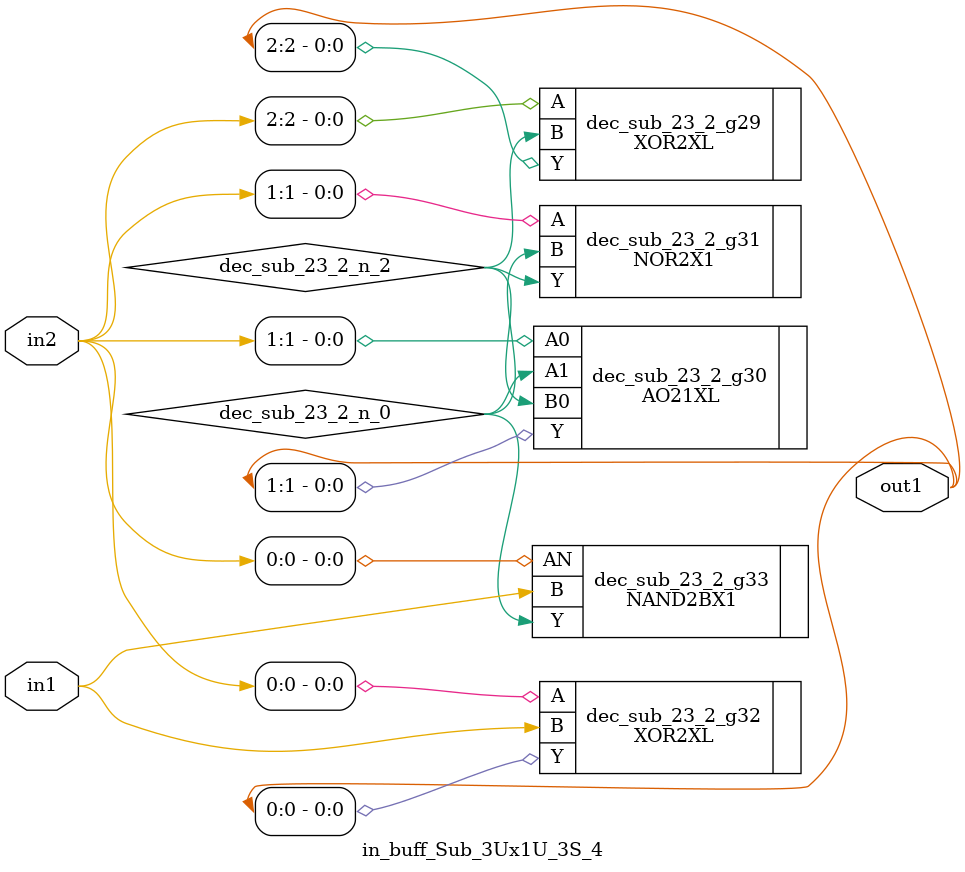
<source format=v>
`timescale 1ps / 1ps


module in_buff_Sub_3Ux1U_3S_4(in2, in1, out1);
  input [2:0] in2;
  input in1;
  output [2:0] out1;
  wire [2:0] in2;
  wire in1;
  wire [2:0] out1;
  wire dec_sub_23_2_n_0, dec_sub_23_2_n_2;
  XOR2XL dec_sub_23_2_g29(.A (in2[2]), .B (dec_sub_23_2_n_2), .Y
       (out1[2]));
  AO21XL dec_sub_23_2_g30(.A0 (in2[1]), .A1 (dec_sub_23_2_n_0), .B0
       (dec_sub_23_2_n_2), .Y (out1[1]));
  NOR2X1 dec_sub_23_2_g31(.A (in2[1]), .B (dec_sub_23_2_n_0), .Y
       (dec_sub_23_2_n_2));
  XOR2XL dec_sub_23_2_g32(.A (in2[0]), .B (in1), .Y (out1[0]));
  NAND2BX1 dec_sub_23_2_g33(.AN (in2[0]), .B (in1), .Y
       (dec_sub_23_2_n_0));
endmodule



</source>
